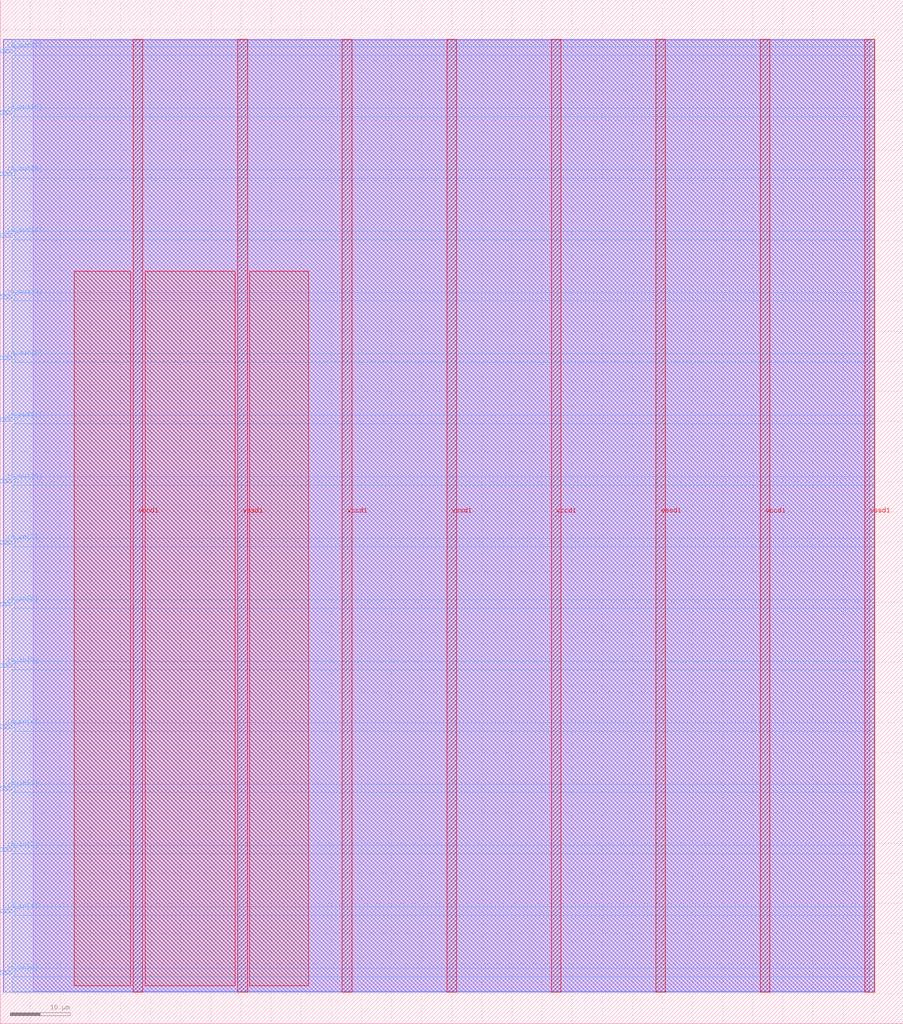
<source format=lef>
VERSION 5.7 ;
  NOWIREEXTENSIONATPIN ON ;
  DIVIDERCHAR "/" ;
  BUSBITCHARS "[]" ;
MACRO user_module_360295047631610881
  CLASS BLOCK ;
  FOREIGN user_module_360295047631610881 ;
  ORIGIN 0.000 0.000 ;
  SIZE 150.000 BY 170.000 ;
  PIN io_in[0]
    DIRECTION INPUT ;
    USE SIGNAL ;
    PORT
      LAYER met3 ;
        RECT 0.000 8.200 2.000 8.800 ;
    END
  END io_in[0]
  PIN io_in[1]
    DIRECTION INPUT ;
    USE SIGNAL ;
    PORT
      LAYER met3 ;
        RECT 0.000 18.400 2.000 19.000 ;
    END
  END io_in[1]
  PIN io_in[2]
    DIRECTION INPUT ;
    USE SIGNAL ;
    PORT
      LAYER met3 ;
        RECT 0.000 28.600 2.000 29.200 ;
    END
  END io_in[2]
  PIN io_in[3]
    DIRECTION INPUT ;
    USE SIGNAL ;
    PORT
      LAYER met3 ;
        RECT 0.000 38.800 2.000 39.400 ;
    END
  END io_in[3]
  PIN io_in[4]
    DIRECTION INPUT ;
    USE SIGNAL ;
    PORT
      LAYER met3 ;
        RECT 0.000 49.000 2.000 49.600 ;
    END
  END io_in[4]
  PIN io_in[5]
    DIRECTION INPUT ;
    USE SIGNAL ;
    PORT
      LAYER met3 ;
        RECT 0.000 59.200 2.000 59.800 ;
    END
  END io_in[5]
  PIN io_in[6]
    DIRECTION INPUT ;
    USE SIGNAL ;
    PORT
      LAYER met3 ;
        RECT 0.000 69.400 2.000 70.000 ;
    END
  END io_in[6]
  PIN io_in[7]
    DIRECTION INPUT ;
    USE SIGNAL ;
    PORT
      LAYER met3 ;
        RECT 0.000 79.600 2.000 80.200 ;
    END
  END io_in[7]
  PIN io_out[0]
    DIRECTION OUTPUT TRISTATE ;
    USE SIGNAL ;
    PORT
      LAYER met3 ;
        RECT 0.000 89.800 2.000 90.400 ;
    END
  END io_out[0]
  PIN io_out[1]
    DIRECTION OUTPUT TRISTATE ;
    USE SIGNAL ;
    PORT
      LAYER met3 ;
        RECT 0.000 100.000 2.000 100.600 ;
    END
  END io_out[1]
  PIN io_out[2]
    DIRECTION OUTPUT TRISTATE ;
    USE SIGNAL ;
    PORT
      LAYER met3 ;
        RECT 0.000 110.200 2.000 110.800 ;
    END
  END io_out[2]
  PIN io_out[3]
    DIRECTION OUTPUT TRISTATE ;
    USE SIGNAL ;
    PORT
      LAYER met3 ;
        RECT 0.000 120.400 2.000 121.000 ;
    END
  END io_out[3]
  PIN io_out[4]
    DIRECTION OUTPUT TRISTATE ;
    USE SIGNAL ;
    PORT
      LAYER met3 ;
        RECT 0.000 130.600 2.000 131.200 ;
    END
  END io_out[4]
  PIN io_out[5]
    DIRECTION OUTPUT TRISTATE ;
    USE SIGNAL ;
    PORT
      LAYER met3 ;
        RECT 0.000 140.800 2.000 141.400 ;
    END
  END io_out[5]
  PIN io_out[6]
    DIRECTION OUTPUT TRISTATE ;
    USE SIGNAL ;
    PORT
      LAYER met3 ;
        RECT 0.000 151.000 2.000 151.600 ;
    END
  END io_out[6]
  PIN io_out[7]
    DIRECTION OUTPUT TRISTATE ;
    USE SIGNAL ;
    PORT
      LAYER met3 ;
        RECT 0.000 161.200 2.000 161.800 ;
    END
  END io_out[7]
  PIN vccd1
    DIRECTION INOUT ;
    USE POWER ;
    PORT
      LAYER met4 ;
        RECT 22.085 5.200 23.685 163.440 ;
    END
    PORT
      LAYER met4 ;
        RECT 56.815 5.200 58.415 163.440 ;
    END
    PORT
      LAYER met4 ;
        RECT 91.545 5.200 93.145 163.440 ;
    END
    PORT
      LAYER met4 ;
        RECT 126.275 5.200 127.875 163.440 ;
    END
  END vccd1
  PIN vssd1
    DIRECTION INOUT ;
    USE GROUND ;
    PORT
      LAYER met4 ;
        RECT 39.450 5.200 41.050 163.440 ;
    END
    PORT
      LAYER met4 ;
        RECT 74.180 5.200 75.780 163.440 ;
    END
    PORT
      LAYER met4 ;
        RECT 108.910 5.200 110.510 163.440 ;
    END
    PORT
      LAYER met4 ;
        RECT 143.640 5.200 145.240 163.440 ;
    END
  END vssd1
  OBS
      LAYER li1 ;
        RECT 5.520 5.355 144.440 163.285 ;
      LAYER met1 ;
        RECT 0.530 5.200 145.240 163.440 ;
      LAYER met2 ;
        RECT 0.560 5.255 145.210 163.385 ;
      LAYER met3 ;
        RECT 2.000 162.200 145.230 163.365 ;
        RECT 2.400 160.800 145.230 162.200 ;
        RECT 2.000 152.000 145.230 160.800 ;
        RECT 2.400 150.600 145.230 152.000 ;
        RECT 2.000 141.800 145.230 150.600 ;
        RECT 2.400 140.400 145.230 141.800 ;
        RECT 2.000 131.600 145.230 140.400 ;
        RECT 2.400 130.200 145.230 131.600 ;
        RECT 2.000 121.400 145.230 130.200 ;
        RECT 2.400 120.000 145.230 121.400 ;
        RECT 2.000 111.200 145.230 120.000 ;
        RECT 2.400 109.800 145.230 111.200 ;
        RECT 2.000 101.000 145.230 109.800 ;
        RECT 2.400 99.600 145.230 101.000 ;
        RECT 2.000 90.800 145.230 99.600 ;
        RECT 2.400 89.400 145.230 90.800 ;
        RECT 2.000 80.600 145.230 89.400 ;
        RECT 2.400 79.200 145.230 80.600 ;
        RECT 2.000 70.400 145.230 79.200 ;
        RECT 2.400 69.000 145.230 70.400 ;
        RECT 2.000 60.200 145.230 69.000 ;
        RECT 2.400 58.800 145.230 60.200 ;
        RECT 2.000 50.000 145.230 58.800 ;
        RECT 2.400 48.600 145.230 50.000 ;
        RECT 2.000 39.800 145.230 48.600 ;
        RECT 2.400 38.400 145.230 39.800 ;
        RECT 2.000 29.600 145.230 38.400 ;
        RECT 2.400 28.200 145.230 29.600 ;
        RECT 2.000 19.400 145.230 28.200 ;
        RECT 2.400 18.000 145.230 19.400 ;
        RECT 2.000 9.200 145.230 18.000 ;
        RECT 2.400 7.800 145.230 9.200 ;
        RECT 2.000 5.275 145.230 7.800 ;
      LAYER met4 ;
        RECT 12.255 6.295 21.685 124.945 ;
        RECT 24.085 6.295 39.050 124.945 ;
        RECT 41.450 6.295 51.225 124.945 ;
  END
END user_module_360295047631610881
END LIBRARY


</source>
